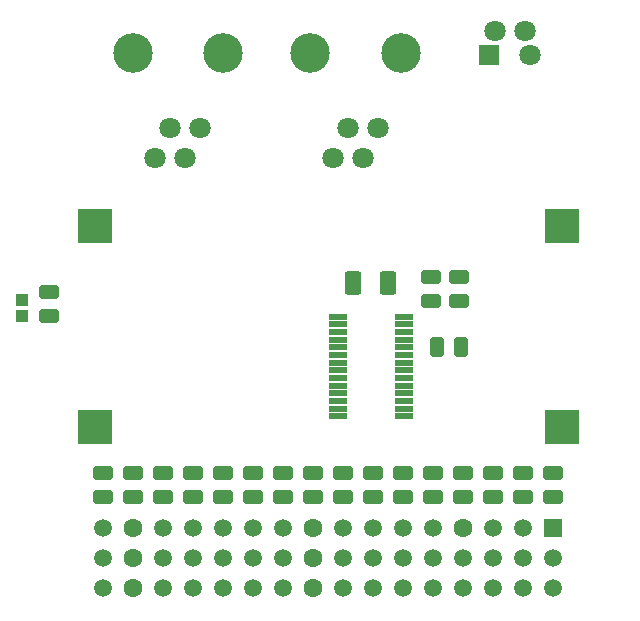
<source format=gts>
G04 Layer_Color=8388736*
%FSLAX43Y43*%
%MOMM*%
G71*
G01*
G75*
G04:AMPARAMS|DCode=30|XSize=1.63mm|YSize=1.12mm|CornerRadius=0.177mm|HoleSize=0mm|Usage=FLASHONLY|Rotation=180.000|XOffset=0mm|YOffset=0mm|HoleType=Round|Shape=RoundedRectangle|*
%AMROUNDEDRECTD30*
21,1,1.630,0.765,0,0,180.0*
21,1,1.275,1.120,0,0,180.0*
1,1,0.355,-0.637,0.383*
1,1,0.355,0.637,0.383*
1,1,0.355,0.637,-0.383*
1,1,0.355,-0.637,-0.383*
%
%ADD30ROUNDEDRECTD30*%
G04:AMPARAMS|DCode=31|XSize=1.57mm|YSize=0.51mm|CornerRadius=0.101mm|HoleSize=0mm|Usage=FLASHONLY|Rotation=0.000|XOffset=0mm|YOffset=0mm|HoleType=Round|Shape=RoundedRectangle|*
%AMROUNDEDRECTD31*
21,1,1.570,0.307,0,0,0.0*
21,1,1.367,0.510,0,0,0.0*
1,1,0.203,0.684,-0.154*
1,1,0.203,-0.684,-0.154*
1,1,0.203,-0.684,0.154*
1,1,0.203,0.684,0.154*
%
%ADD31ROUNDEDRECTD31*%
G04:AMPARAMS|DCode=32|XSize=1.38mm|YSize=1.97mm|CornerRadius=0.21mm|HoleSize=0mm|Usage=FLASHONLY|Rotation=0.000|XOffset=0mm|YOffset=0mm|HoleType=Round|Shape=RoundedRectangle|*
%AMROUNDEDRECTD32*
21,1,1.380,1.550,0,0,0.0*
21,1,0.960,1.970,0,0,0.0*
1,1,0.420,0.480,-0.775*
1,1,0.420,-0.480,-0.775*
1,1,0.420,-0.480,0.775*
1,1,0.420,0.480,0.775*
%
%ADD32ROUNDEDRECTD32*%
G04:AMPARAMS|DCode=33|XSize=1.63mm|YSize=1.12mm|CornerRadius=0.177mm|HoleSize=0mm|Usage=FLASHONLY|Rotation=90.000|XOffset=0mm|YOffset=0mm|HoleType=Round|Shape=RoundedRectangle|*
%AMROUNDEDRECTD33*
21,1,1.630,0.765,0,0,90.0*
21,1,1.275,1.120,0,0,90.0*
1,1,0.355,0.383,0.637*
1,1,0.355,0.383,-0.637*
1,1,0.355,-0.383,-0.637*
1,1,0.355,-0.383,0.637*
%
%ADD33ROUNDEDRECTD33*%
%ADD34R,1.100X1.100*%
%ADD35C,1.800*%
%ADD36C,3.350*%
%ADD37C,1.500*%
%ADD38C,1.603*%
%ADD39R,1.500X1.500*%
%ADD40C,0.100*%
%ADD41R,1.800X1.800*%
%ADD42R,2.900X2.900*%
D30*
X48460Y13676D02*
D03*
Y15691D02*
D03*
X45920Y13676D02*
D03*
Y15691D02*
D03*
X43380Y13676D02*
D03*
Y15691D02*
D03*
X40840Y13676D02*
D03*
Y15691D02*
D03*
X38300Y13676D02*
D03*
Y15691D02*
D03*
X35760Y13676D02*
D03*
Y15691D02*
D03*
X33220Y13676D02*
D03*
Y15691D02*
D03*
X30680Y13676D02*
D03*
Y15691D02*
D03*
X28140Y13676D02*
D03*
Y15691D02*
D03*
X25600Y13676D02*
D03*
Y15691D02*
D03*
X23060Y13676D02*
D03*
Y15691D02*
D03*
X20520Y13676D02*
D03*
Y15691D02*
D03*
X17980Y13676D02*
D03*
Y15691D02*
D03*
X15440Y13676D02*
D03*
Y15691D02*
D03*
X12900Y13676D02*
D03*
Y15691D02*
D03*
X10360Y13676D02*
D03*
Y15691D02*
D03*
X38137Y30243D02*
D03*
X38137Y32257D02*
D03*
X40500Y30243D02*
D03*
X40500Y32257D02*
D03*
X5750Y28985D02*
D03*
Y31000D02*
D03*
D31*
X35845Y21150D02*
D03*
X35845Y20500D02*
D03*
X30225Y20500D02*
D03*
X35845Y22450D02*
D03*
X35845Y23100D02*
D03*
X35845Y23750D02*
D03*
X35845Y24400D02*
D03*
Y21800D02*
D03*
X30225Y21150D02*
D03*
X30225Y21800D02*
D03*
X30225Y24400D02*
D03*
X30225Y23750D02*
D03*
X30225Y23100D02*
D03*
X30225Y22450D02*
D03*
X35845Y26350D02*
D03*
X35845Y27000D02*
D03*
X30225Y26350D02*
D03*
X30225Y27000D02*
D03*
X35845Y27650D02*
D03*
X35845Y28300D02*
D03*
X35845Y28950D02*
D03*
X35845Y25700D02*
D03*
X30225Y27650D02*
D03*
X30225Y28300D02*
D03*
Y28950D02*
D03*
X30225Y25700D02*
D03*
X30225Y25050D02*
D03*
X35845Y25050D02*
D03*
D32*
X34494Y31776D02*
D03*
X31494D02*
D03*
D33*
X38593Y26400D02*
D03*
X40608Y26400D02*
D03*
D34*
X3448Y30368D02*
D03*
Y28968D02*
D03*
D35*
X46025Y53093D02*
D03*
X43525Y53093D02*
D03*
X14735Y42385D02*
D03*
X16005Y44925D02*
D03*
X17275Y42385D02*
D03*
X18545Y44925D02*
D03*
X29785Y42385D02*
D03*
X31055Y44925D02*
D03*
X32325Y42385D02*
D03*
X33595Y44925D02*
D03*
X46508Y51069D02*
D03*
D36*
X20500Y51275D02*
D03*
X12845D02*
D03*
X35550D02*
D03*
X27895D02*
D03*
D37*
X40840Y5945D02*
D03*
X43380Y5945D02*
D03*
X45920Y5945D02*
D03*
X48460Y5945D02*
D03*
X10360Y5945D02*
D03*
X17980D02*
D03*
X15440D02*
D03*
X25600Y5945D02*
D03*
X33220Y5945D02*
D03*
X30680Y5945D02*
D03*
X23060Y5945D02*
D03*
X20520Y5945D02*
D03*
X35760Y5945D02*
D03*
X38300Y5945D02*
D03*
X38300Y8485D02*
D03*
X35760Y8485D02*
D03*
X20520D02*
D03*
X23060Y8485D02*
D03*
X30680Y8485D02*
D03*
X33220Y8485D02*
D03*
X25600D02*
D03*
X15440Y8485D02*
D03*
X17980Y8485D02*
D03*
X10360D02*
D03*
X48460D02*
D03*
X45920Y8485D02*
D03*
X43380Y8485D02*
D03*
X40840Y8485D02*
D03*
X10360Y11025D02*
D03*
X17980Y11025D02*
D03*
X15440Y11025D02*
D03*
X25600Y11025D02*
D03*
X33220Y11025D02*
D03*
X30680Y11025D02*
D03*
X23060D02*
D03*
X20520Y11025D02*
D03*
X35760Y11025D02*
D03*
X43380Y11025D02*
D03*
X45920Y11025D02*
D03*
X38300Y11025D02*
D03*
D38*
X12900Y5945D02*
D03*
X28140Y5945D02*
D03*
X28140Y8485D02*
D03*
X12900Y8485D02*
D03*
X12900Y11025D02*
D03*
X28140D02*
D03*
X40840Y11025D02*
D03*
D39*
X48460Y11025D02*
D03*
D40*
X54500Y54475D02*
D03*
X4500Y54475D02*
D03*
X54500Y4475D02*
D03*
X4500D02*
D03*
D41*
X43008Y51069D02*
D03*
D42*
X9685Y36600D02*
D03*
Y19600D02*
D03*
X49185Y36600D02*
D03*
Y19600D02*
D03*
M02*

</source>
